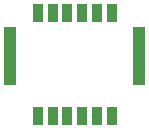
<source format=gbr>
%TF.GenerationSoftware,KiCad,Pcbnew,9.0.2*%
%TF.CreationDate,2025-07-31T21:38:41-05:00*%
%TF.ProjectId,QuiverAttachPCB,51756976-6572-4417-9474-616368504342,rev?*%
%TF.SameCoordinates,Original*%
%TF.FileFunction,Soldermask,Bot*%
%TF.FilePolarity,Negative*%
%FSLAX46Y46*%
G04 Gerber Fmt 4.6, Leading zero omitted, Abs format (unit mm)*
G04 Created by KiCad (PCBNEW 9.0.2) date 2025-07-31 21:38:41*
%MOMM*%
%LPD*%
G01*
G04 APERTURE LIST*
%ADD10R,1.092200X4.902200*%
%ADD11R,0.812800X1.600200*%
G04 APERTURE END LIST*
D10*
%TO.C,J1*%
X104525000Y-132296174D03*
X115475000Y-132296174D03*
D11*
X113125000Y-137346301D03*
X113125000Y-128646298D03*
X111875000Y-137346301D03*
X111875000Y-128646298D03*
X110625000Y-137346301D03*
X110625000Y-128646298D03*
X109375000Y-137346301D03*
X109375000Y-128646298D03*
X108125000Y-137346301D03*
X108125000Y-128646298D03*
X106875000Y-137346301D03*
X106875000Y-128646298D03*
%TD*%
M02*

</source>
